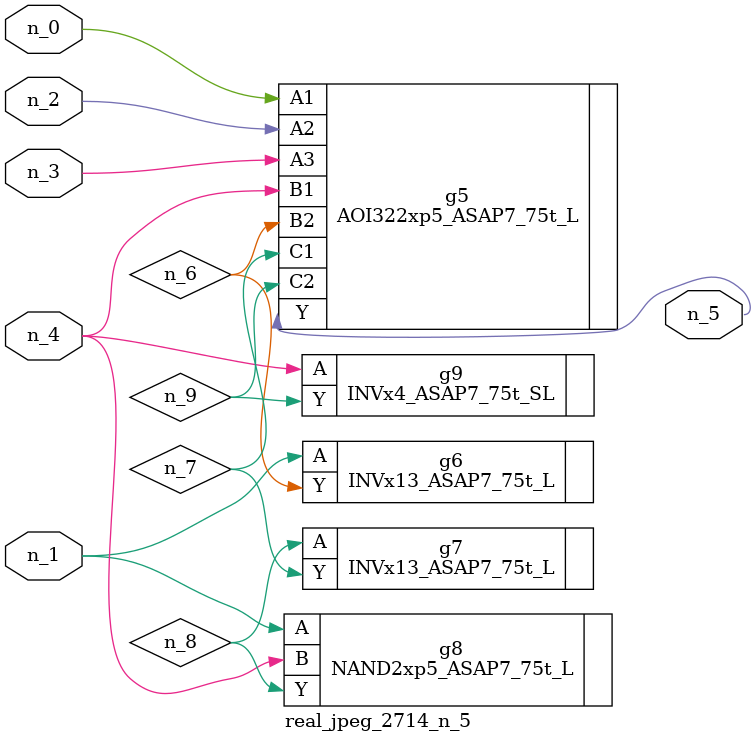
<source format=v>
module real_jpeg_2714_n_5 (n_4, n_0, n_1, n_2, n_3, n_5);

input n_4;
input n_0;
input n_1;
input n_2;
input n_3;

output n_5;

wire n_8;
wire n_6;
wire n_7;
wire n_9;

AOI322xp5_ASAP7_75t_L g5 ( 
.A1(n_0),
.A2(n_2),
.A3(n_3),
.B1(n_4),
.B2(n_6),
.C1(n_7),
.C2(n_9),
.Y(n_5)
);

INVx13_ASAP7_75t_L g6 ( 
.A(n_1),
.Y(n_6)
);

NAND2xp5_ASAP7_75t_L g8 ( 
.A(n_1),
.B(n_4),
.Y(n_8)
);

INVx4_ASAP7_75t_SL g9 ( 
.A(n_4),
.Y(n_9)
);

INVx13_ASAP7_75t_L g7 ( 
.A(n_8),
.Y(n_7)
);


endmodule
</source>
